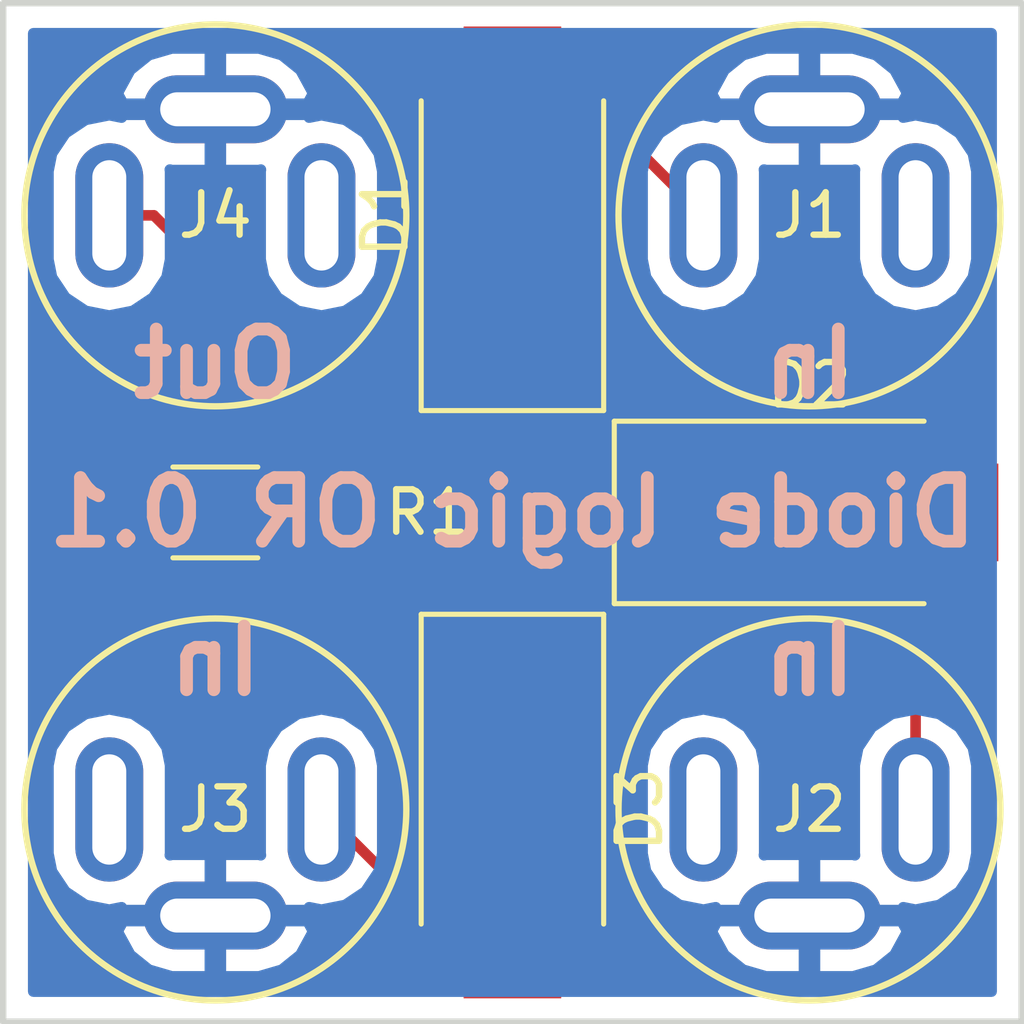
<source format=kicad_pcb>
(kicad_pcb (version 20171130) (host pcbnew 5.0.2-bee76a0~70~ubuntu18.04.1)

  (general
    (thickness 1.6)
    (drawings 9)
    (tracks 20)
    (zones 0)
    (modules 8)
    (nets 10)
  )

  (page A4)
  (layers
    (0 F.Cu signal)
    (31 B.Cu signal)
    (32 B.Adhes user)
    (33 F.Adhes user)
    (34 B.Paste user)
    (35 F.Paste user)
    (36 B.SilkS user)
    (37 F.SilkS user)
    (38 B.Mask user)
    (39 F.Mask user)
    (40 Dwgs.User user)
    (41 Cmts.User user)
    (42 Eco1.User user)
    (43 Eco2.User user)
    (44 Edge.Cuts user)
    (45 Margin user)
    (46 B.CrtYd user)
    (47 F.CrtYd user)
    (48 B.Fab user)
    (49 F.Fab user)
  )

  (setup
    (last_trace_width 0.25)
    (trace_clearance 0.2)
    (zone_clearance 0.508)
    (zone_45_only no)
    (trace_min 0.2)
    (segment_width 0.2)
    (edge_width 0.15)
    (via_size 0.8)
    (via_drill 0.4)
    (via_min_size 0.4)
    (via_min_drill 0.3)
    (uvia_size 0.3)
    (uvia_drill 0.1)
    (uvias_allowed no)
    (uvia_min_size 0.2)
    (uvia_min_drill 0.1)
    (pcb_text_width 0.3)
    (pcb_text_size 1.5 1.5)
    (mod_edge_width 0.15)
    (mod_text_size 1 1)
    (mod_text_width 0.15)
    (pad_size 1.524 1.524)
    (pad_drill 0.762)
    (pad_to_mask_clearance 0.051)
    (solder_mask_min_width 0.25)
    (aux_axis_origin 0 0)
    (visible_elements FFFFFF7F)
    (pcbplotparams
      (layerselection 0x010fc_ffffffff)
      (usegerberextensions false)
      (usegerberattributes false)
      (usegerberadvancedattributes false)
      (creategerberjobfile false)
      (excludeedgelayer true)
      (linewidth 0.100000)
      (plotframeref false)
      (viasonmask false)
      (mode 1)
      (useauxorigin false)
      (hpglpennumber 1)
      (hpglpenspeed 20)
      (hpglpendiameter 15.000000)
      (psnegative false)
      (psa4output false)
      (plotreference true)
      (plotvalue true)
      (plotinvisibletext false)
      (padsonsilk false)
      (subtractmaskfromsilk false)
      (outputformat 1)
      (mirror false)
      (drillshape 1)
      (scaleselection 1)
      (outputdirectory ""))
  )

  (net 0 "")
  (net 1 "Net-(D1-Pad2)")
  (net 2 "Net-(D1-Pad1)")
  (net 3 "Net-(D2-Pad2)")
  (net 4 "Net-(D3-Pad2)")
  (net 5 GND)
  (net 6 "Net-(J1-PadR)")
  (net 7 "Net-(J2-PadR)")
  (net 8 "Net-(J3-PadR)")
  (net 9 "Net-(J4-PadR)")

  (net_class Default "This is the default net class."
    (clearance 0.2)
    (trace_width 0.25)
    (via_dia 0.8)
    (via_drill 0.4)
    (uvia_dia 0.3)
    (uvia_drill 0.1)
    (add_net GND)
    (add_net "Net-(D1-Pad1)")
    (add_net "Net-(D1-Pad2)")
    (add_net "Net-(D2-Pad2)")
    (add_net "Net-(D3-Pad2)")
    (add_net "Net-(J1-PadR)")
    (add_net "Net-(J2-PadR)")
    (add_net "Net-(J3-PadR)")
    (add_net "Net-(J4-PadR)")
  )

  (module eurorack:PJ392-3.5mm-jack-vertical-SRT (layer F.Cu) (tedit 5C4104DB) (tstamp 5C6BF362)
    (at 159 75)
    (path /5C6BC829)
    (fp_text reference J1 (at 0 0) (layer F.SilkS)
      (effects (font (size 1 1) (thickness 0.15)))
    )
    (fp_text value input_1 (at 0 6) (layer F.Fab)
      (effects (font (size 1 1) (thickness 0.15)))
    )
    (fp_circle (center 0 0) (end 4.5 0) (layer F.CrtYd) (width 0.15))
    (fp_circle (center 0 0) (end 4.5 0) (layer F.SilkS) (width 0.15))
    (fp_circle (center 0 0) (end 4 0) (layer F.Fab) (width 0.15))
    (pad S thru_hole oval (at 0 -2.5) (size 3.4 1.6) (drill oval 2.6 0.8) (layers *.Cu *.Mask)
      (net 5 GND))
    (pad R thru_hole oval (at 2.5 0 90) (size 3.4 1.6) (drill oval 2.6 0.8) (layers *.Cu *.Mask)
      (net 6 "Net-(J1-PadR)"))
    (pad T thru_hole oval (at -2.5 0 270) (size 3.4 1.6) (drill oval 2.6 0.8) (layers *.Cu *.Mask)
      (net 1 "Net-(D1-Pad2)"))
  )

  (module eurorack:PJ392-3.5mm-jack-vertical-SRT (layer F.Cu) (tedit 5C4104DB) (tstamp 5C6BF29A)
    (at 159 89 180)
    (path /5C6BC888)
    (fp_text reference J2 (at 0 0 180) (layer F.SilkS)
      (effects (font (size 1 1) (thickness 0.15)))
    )
    (fp_text value input_2 (at 0 6 180) (layer F.Fab)
      (effects (font (size 1 1) (thickness 0.15)))
    )
    (fp_circle (center 0 0) (end 4 0) (layer F.Fab) (width 0.15))
    (fp_circle (center 0 0) (end 4.5 0) (layer F.SilkS) (width 0.15))
    (fp_circle (center 0 0) (end 4.5 0) (layer F.CrtYd) (width 0.15))
    (pad T thru_hole oval (at -2.5 0 90) (size 3.4 1.6) (drill oval 2.6 0.8) (layers *.Cu *.Mask)
      (net 3 "Net-(D2-Pad2)"))
    (pad R thru_hole oval (at 2.5 0 270) (size 3.4 1.6) (drill oval 2.6 0.8) (layers *.Cu *.Mask)
      (net 7 "Net-(J2-PadR)"))
    (pad S thru_hole oval (at 0 -2.5 180) (size 3.4 1.6) (drill oval 2.6 0.8) (layers *.Cu *.Mask)
      (net 5 GND))
  )

  (module eurorack:PJ392-3.5mm-jack-vertical-SRT (layer F.Cu) (tedit 5C4104DB) (tstamp 5C6BF24F)
    (at 145 89 180)
    (path /5C6BC911)
    (fp_text reference J3 (at 0 0 180) (layer F.SilkS)
      (effects (font (size 1 1) (thickness 0.15)))
    )
    (fp_text value input_3 (at 0 6 180) (layer F.Fab)
      (effects (font (size 1 1) (thickness 0.15)))
    )
    (fp_circle (center 0 0) (end 4.5 0) (layer F.CrtYd) (width 0.15))
    (fp_circle (center 0 0) (end 4.5 0) (layer F.SilkS) (width 0.15))
    (fp_circle (center 0 0) (end 4 0) (layer F.Fab) (width 0.15))
    (pad S thru_hole oval (at 0 -2.5 180) (size 3.4 1.6) (drill oval 2.6 0.8) (layers *.Cu *.Mask)
      (net 5 GND))
    (pad R thru_hole oval (at 2.5 0 270) (size 3.4 1.6) (drill oval 2.6 0.8) (layers *.Cu *.Mask)
      (net 8 "Net-(J3-PadR)"))
    (pad T thru_hole oval (at -2.5 0 90) (size 3.4 1.6) (drill oval 2.6 0.8) (layers *.Cu *.Mask)
      (net 4 "Net-(D3-Pad2)"))
  )

  (module eurorack:PJ392-3.5mm-jack-vertical-SRT (layer F.Cu) (tedit 5C4104DB) (tstamp 5C6BF234)
    (at 145 75)
    (path /5C6BD064)
    (fp_text reference J4 (at 0 0) (layer F.SilkS)
      (effects (font (size 1 1) (thickness 0.15)))
    )
    (fp_text value output_1 (at 0 6) (layer F.Fab)
      (effects (font (size 1 1) (thickness 0.15)))
    )
    (fp_circle (center 0 0) (end 4 0) (layer F.Fab) (width 0.15))
    (fp_circle (center 0 0) (end 4.5 0) (layer F.SilkS) (width 0.15))
    (fp_circle (center 0 0) (end 4.5 0) (layer F.CrtYd) (width 0.15))
    (pad T thru_hole oval (at -2.5 0 270) (size 3.4 1.6) (drill oval 2.6 0.8) (layers *.Cu *.Mask)
      (net 2 "Net-(D1-Pad1)"))
    (pad R thru_hole oval (at 2.5 0 90) (size 3.4 1.6) (drill oval 2.6 0.8) (layers *.Cu *.Mask)
      (net 9 "Net-(J4-PadR)"))
    (pad S thru_hole oval (at 0 -2.5) (size 3.4 1.6) (drill oval 2.6 0.8) (layers *.Cu *.Mask)
      (net 5 GND))
  )

  (module Resistors_SMD:R_1206_HandSoldering (layer F.Cu) (tedit 58E0A804) (tstamp 5C6BF66F)
    (at 145 82 180)
    (descr "Resistor SMD 1206, hand soldering")
    (tags "resistor 1206")
    (path /5C6BDB81)
    (attr smd)
    (fp_text reference R1 (at -5 0 180) (layer F.SilkS)
      (effects (font (size 1 1) (thickness 0.15)))
    )
    (fp_text value 100K (at 0 1.9 180) (layer F.Fab)
      (effects (font (size 1 1) (thickness 0.15)))
    )
    (fp_line (start 3.25 1.1) (end -3.25 1.1) (layer F.CrtYd) (width 0.05))
    (fp_line (start 3.25 1.1) (end 3.25 -1.11) (layer F.CrtYd) (width 0.05))
    (fp_line (start -3.25 -1.11) (end -3.25 1.1) (layer F.CrtYd) (width 0.05))
    (fp_line (start -3.25 -1.11) (end 3.25 -1.11) (layer F.CrtYd) (width 0.05))
    (fp_line (start -1 -1.07) (end 1 -1.07) (layer F.SilkS) (width 0.12))
    (fp_line (start 1 1.07) (end -1 1.07) (layer F.SilkS) (width 0.12))
    (fp_line (start -1.6 -0.8) (end 1.6 -0.8) (layer F.Fab) (width 0.1))
    (fp_line (start 1.6 -0.8) (end 1.6 0.8) (layer F.Fab) (width 0.1))
    (fp_line (start 1.6 0.8) (end -1.6 0.8) (layer F.Fab) (width 0.1))
    (fp_line (start -1.6 0.8) (end -1.6 -0.8) (layer F.Fab) (width 0.1))
    (fp_text user %R (at 0 0 180) (layer F.Fab)
      (effects (font (size 0.7 0.7) (thickness 0.105)))
    )
    (pad 2 smd rect (at 2 0 180) (size 2 1.7) (layers F.Cu F.Paste F.Mask)
      (net 5 GND))
    (pad 1 smd rect (at -2 0 180) (size 2 1.7) (layers F.Cu F.Paste F.Mask)
      (net 2 "Net-(D1-Pad1)"))
    (model ${KISYS3DMOD}/Resistors_SMD.3dshapes/R_1206.wrl
      (at (xyz 0 0 0))
      (scale (xyz 1 1 1))
      (rotate (xyz 0 0 0))
    )
  )

  (module Diodes_SMD:D_SMB_Handsoldering (layer F.Cu) (tedit 590B3D55) (tstamp 5C6E7AB2)
    (at 152 75 90)
    (descr "Diode SMB (DO-214AA) Handsoldering")
    (tags "Diode SMB (DO-214AA) Handsoldering")
    (path /5C6BCE3D)
    (attr smd)
    (fp_text reference D1 (at 0 -3 90) (layer F.SilkS)
      (effects (font (size 1 1) (thickness 0.15)))
    )
    (fp_text value D (at 0 3 90) (layer F.Fab)
      (effects (font (size 1 1) (thickness 0.15)))
    )
    (fp_line (start -4.6 -2.15) (end 2.7 -2.15) (layer F.SilkS) (width 0.12))
    (fp_line (start -4.6 2.15) (end 2.7 2.15) (layer F.SilkS) (width 0.12))
    (fp_line (start -0.64944 0.00102) (end 0.50118 -0.79908) (layer F.Fab) (width 0.1))
    (fp_line (start -0.64944 0.00102) (end 0.50118 0.75032) (layer F.Fab) (width 0.1))
    (fp_line (start 0.50118 0.75032) (end 0.50118 -0.79908) (layer F.Fab) (width 0.1))
    (fp_line (start -0.64944 -0.79908) (end -0.64944 0.80112) (layer F.Fab) (width 0.1))
    (fp_line (start 0.50118 0.00102) (end 1.4994 0.00102) (layer F.Fab) (width 0.1))
    (fp_line (start -0.64944 0.00102) (end -1.55114 0.00102) (layer F.Fab) (width 0.1))
    (fp_line (start -4.7 2.25) (end -4.7 -2.25) (layer F.CrtYd) (width 0.05))
    (fp_line (start 4.7 2.25) (end -4.7 2.25) (layer F.CrtYd) (width 0.05))
    (fp_line (start 4.7 -2.25) (end 4.7 2.25) (layer F.CrtYd) (width 0.05))
    (fp_line (start -4.7 -2.25) (end 4.7 -2.25) (layer F.CrtYd) (width 0.05))
    (fp_line (start 2.3 -2) (end -2.3 -2) (layer F.Fab) (width 0.1))
    (fp_line (start 2.3 -2) (end 2.3 2) (layer F.Fab) (width 0.1))
    (fp_line (start -2.3 2) (end -2.3 -2) (layer F.Fab) (width 0.1))
    (fp_line (start 2.3 2) (end -2.3 2) (layer F.Fab) (width 0.1))
    (fp_line (start -4.6 -2.15) (end -4.6 2.15) (layer F.SilkS) (width 0.12))
    (fp_text user %R (at 0 -3 90) (layer F.Fab)
      (effects (font (size 1 1) (thickness 0.15)))
    )
    (pad 2 smd rect (at 2.7 0 90) (size 3.5 2.3) (layers F.Cu F.Paste F.Mask)
      (net 1 "Net-(D1-Pad2)"))
    (pad 1 smd rect (at -2.7 0 90) (size 3.5 2.3) (layers F.Cu F.Paste F.Mask)
      (net 2 "Net-(D1-Pad1)"))
    (model ${KISYS3DMOD}/Diodes_SMD.3dshapes/D_SMB.wrl
      (at (xyz 0 0 0))
      (scale (xyz 1 1 1))
      (rotate (xyz 0 0 0))
    )
  )

  (module Diodes_SMD:D_SMB_Handsoldering (layer F.Cu) (tedit 590B3D55) (tstamp 5C6E7AC9)
    (at 159 82)
    (descr "Diode SMB (DO-214AA) Handsoldering")
    (tags "Diode SMB (DO-214AA) Handsoldering")
    (path /5C6BCEC9)
    (attr smd)
    (fp_text reference D2 (at 0 -3) (layer F.SilkS)
      (effects (font (size 1 1) (thickness 0.15)))
    )
    (fp_text value D (at 0 3) (layer F.Fab)
      (effects (font (size 1 1) (thickness 0.15)))
    )
    (fp_text user %R (at 0 -3) (layer F.Fab)
      (effects (font (size 1 1) (thickness 0.15)))
    )
    (fp_line (start -4.6 -2.15) (end -4.6 2.15) (layer F.SilkS) (width 0.12))
    (fp_line (start 2.3 2) (end -2.3 2) (layer F.Fab) (width 0.1))
    (fp_line (start -2.3 2) (end -2.3 -2) (layer F.Fab) (width 0.1))
    (fp_line (start 2.3 -2) (end 2.3 2) (layer F.Fab) (width 0.1))
    (fp_line (start 2.3 -2) (end -2.3 -2) (layer F.Fab) (width 0.1))
    (fp_line (start -4.7 -2.25) (end 4.7 -2.25) (layer F.CrtYd) (width 0.05))
    (fp_line (start 4.7 -2.25) (end 4.7 2.25) (layer F.CrtYd) (width 0.05))
    (fp_line (start 4.7 2.25) (end -4.7 2.25) (layer F.CrtYd) (width 0.05))
    (fp_line (start -4.7 2.25) (end -4.7 -2.25) (layer F.CrtYd) (width 0.05))
    (fp_line (start -0.64944 0.00102) (end -1.55114 0.00102) (layer F.Fab) (width 0.1))
    (fp_line (start 0.50118 0.00102) (end 1.4994 0.00102) (layer F.Fab) (width 0.1))
    (fp_line (start -0.64944 -0.79908) (end -0.64944 0.80112) (layer F.Fab) (width 0.1))
    (fp_line (start 0.50118 0.75032) (end 0.50118 -0.79908) (layer F.Fab) (width 0.1))
    (fp_line (start -0.64944 0.00102) (end 0.50118 0.75032) (layer F.Fab) (width 0.1))
    (fp_line (start -0.64944 0.00102) (end 0.50118 -0.79908) (layer F.Fab) (width 0.1))
    (fp_line (start -4.6 2.15) (end 2.7 2.15) (layer F.SilkS) (width 0.12))
    (fp_line (start -4.6 -2.15) (end 2.7 -2.15) (layer F.SilkS) (width 0.12))
    (pad 1 smd rect (at -2.7 0) (size 3.5 2.3) (layers F.Cu F.Paste F.Mask)
      (net 2 "Net-(D1-Pad1)"))
    (pad 2 smd rect (at 2.7 0) (size 3.5 2.3) (layers F.Cu F.Paste F.Mask)
      (net 3 "Net-(D2-Pad2)"))
    (model ${KISYS3DMOD}/Diodes_SMD.3dshapes/D_SMB.wrl
      (at (xyz 0 0 0))
      (scale (xyz 1 1 1))
      (rotate (xyz 0 0 0))
    )
  )

  (module Diodes_SMD:D_SMB_Handsoldering (layer F.Cu) (tedit 590B3D55) (tstamp 5C6E7AE0)
    (at 152 89 270)
    (descr "Diode SMB (DO-214AA) Handsoldering")
    (tags "Diode SMB (DO-214AA) Handsoldering")
    (path /5C6BCF24)
    (attr smd)
    (fp_text reference D3 (at 0 -3 270) (layer F.SilkS)
      (effects (font (size 1 1) (thickness 0.15)))
    )
    (fp_text value D (at 0 3 270) (layer F.Fab)
      (effects (font (size 1 1) (thickness 0.15)))
    )
    (fp_line (start -4.6 -2.15) (end 2.7 -2.15) (layer F.SilkS) (width 0.12))
    (fp_line (start -4.6 2.15) (end 2.7 2.15) (layer F.SilkS) (width 0.12))
    (fp_line (start -0.64944 0.00102) (end 0.50118 -0.79908) (layer F.Fab) (width 0.1))
    (fp_line (start -0.64944 0.00102) (end 0.50118 0.75032) (layer F.Fab) (width 0.1))
    (fp_line (start 0.50118 0.75032) (end 0.50118 -0.79908) (layer F.Fab) (width 0.1))
    (fp_line (start -0.64944 -0.79908) (end -0.64944 0.80112) (layer F.Fab) (width 0.1))
    (fp_line (start 0.50118 0.00102) (end 1.4994 0.00102) (layer F.Fab) (width 0.1))
    (fp_line (start -0.64944 0.00102) (end -1.55114 0.00102) (layer F.Fab) (width 0.1))
    (fp_line (start -4.7 2.25) (end -4.7 -2.25) (layer F.CrtYd) (width 0.05))
    (fp_line (start 4.7 2.25) (end -4.7 2.25) (layer F.CrtYd) (width 0.05))
    (fp_line (start 4.7 -2.25) (end 4.7 2.25) (layer F.CrtYd) (width 0.05))
    (fp_line (start -4.7 -2.25) (end 4.7 -2.25) (layer F.CrtYd) (width 0.05))
    (fp_line (start 2.3 -2) (end -2.3 -2) (layer F.Fab) (width 0.1))
    (fp_line (start 2.3 -2) (end 2.3 2) (layer F.Fab) (width 0.1))
    (fp_line (start -2.3 2) (end -2.3 -2) (layer F.Fab) (width 0.1))
    (fp_line (start 2.3 2) (end -2.3 2) (layer F.Fab) (width 0.1))
    (fp_line (start -4.6 -2.15) (end -4.6 2.15) (layer F.SilkS) (width 0.12))
    (fp_text user %R (at 0 -3 270) (layer F.Fab)
      (effects (font (size 1 1) (thickness 0.15)))
    )
    (pad 2 smd rect (at 2.7 0 270) (size 3.5 2.3) (layers F.Cu F.Paste F.Mask)
      (net 4 "Net-(D3-Pad2)"))
    (pad 1 smd rect (at -2.7 0 270) (size 3.5 2.3) (layers F.Cu F.Paste F.Mask)
      (net 2 "Net-(D1-Pad1)"))
    (model ${KISYS3DMOD}/Diodes_SMD.3dshapes/D_SMB.wrl
      (at (xyz 0 0 0))
      (scale (xyz 1 1 1))
      (rotate (xyz 0 0 0))
    )
  )

  (gr_text "Diode logic OR 0.1" (at 152 82) (layer B.SilkS)
    (effects (font (size 1.5 1.5) (thickness 0.3)) (justify mirror))
  )
  (gr_text In (at 145 85.5) (layer B.SilkS) (tstamp 5C6BFB37)
    (effects (font (size 1.5 1.5) (thickness 0.3)) (justify mirror))
  )
  (gr_text In (at 159 85.5) (layer B.SilkS)
    (effects (font (size 1.5 1.5) (thickness 0.3)) (justify mirror))
  )
  (gr_text In (at 159 78.5) (layer B.SilkS)
    (effects (font (size 1.5 1.5) (thickness 0.3)) (justify mirror))
  )
  (gr_text Out (at 145 78.5) (layer B.SilkS)
    (effects (font (size 1.5 1.5) (thickness 0.3)) (justify mirror))
  )
  (gr_line (start 140 94) (end 140 70) (layer Edge.Cuts) (width 0.15))
  (gr_line (start 164 94) (end 140 94) (layer Edge.Cuts) (width 0.15))
  (gr_line (start 164 70) (end 164 94) (layer Edge.Cuts) (width 0.15))
  (gr_line (start 140 70) (end 164 70) (layer Edge.Cuts) (width 0.15))

  (segment (start 155 73.5) (end 156.5 75) (width 0.25) (layer F.Cu) (net 1))
  (segment (start 152 73.5) (end 155 73.5) (width 0.25) (layer F.Cu) (net 1))
  (segment (start 157.5 82) (end 147 82) (width 0.25) (layer F.Cu) (net 2))
  (segment (start 152 86.75) (end 147.25 82) (width 0.25) (layer F.Cu) (net 2))
  (segment (start 152 87.5) (end 152 86.75) (width 0.25) (layer F.Cu) (net 2))
  (segment (start 147.25 82) (end 147 82) (width 0.25) (layer F.Cu) (net 2))
  (segment (start 152 77.25) (end 147.25 82) (width 0.25) (layer F.Cu) (net 2))
  (segment (start 152 76.5) (end 152 77.25) (width 0.25) (layer F.Cu) (net 2))
  (segment (start 143.55 75) (end 142.5 75) (width 0.25) (layer F.Cu) (net 2))
  (segment (start 147 78.45) (end 143.55 75) (width 0.25) (layer F.Cu) (net 2))
  (segment (start 147 82) (end 147 78.45) (width 0.25) (layer F.Cu) (net 2))
  (segment (start 161.25 82) (end 160.5 82) (width 0.25) (layer F.Cu) (net 3))
  (segment (start 161.5 82.25) (end 161.25 82) (width 0.25) (layer F.Cu) (net 3))
  (segment (start 161.5 89) (end 161.5 82.25) (width 0.25) (layer F.Cu) (net 3))
  (segment (start 149 90.5) (end 147.5 89) (width 0.25) (layer F.Cu) (net 4))
  (segment (start 152 90.5) (end 149 90.5) (width 0.25) (layer F.Cu) (net 4))
  (segment (start 145 90.45) (end 145 91.5) (width 0.25) (layer F.Cu) (net 5))
  (segment (start 145 85.1) (end 145 90.45) (width 0.25) (layer F.Cu) (net 5))
  (segment (start 143 83.1) (end 145 85.1) (width 0.25) (layer F.Cu) (net 5))
  (segment (start 143 82) (end 143 83.1) (width 0.25) (layer F.Cu) (net 5))

  (zone (net 5) (net_name GND) (layer B.Cu) (tstamp 0) (hatch edge 0.508)
    (connect_pads (clearance 0.508))
    (min_thickness 0.254)
    (fill yes (arc_segments 16) (thermal_gap 0.508) (thermal_bridge_width 0.508))
    (polygon
      (pts
        (xy 140.5 70.5) (xy 163.5 70.5) (xy 163.5 93.5) (xy 140.5 93.5)
      )
    )
    (filled_polygon
      (pts
        (xy 163.290001 93.29) (xy 140.71 93.29) (xy 140.71 91.849039) (xy 142.708096 91.849039) (xy 142.725633 91.931819)
        (xy 142.9955 92.424896) (xy 143.433517 92.777166) (xy 143.973 92.935) (xy 144.873 92.935) (xy 144.873 91.627)
        (xy 145.127 91.627) (xy 145.127 92.935) (xy 146.027 92.935) (xy 146.566483 92.777166) (xy 147.0045 92.424896)
        (xy 147.274367 91.931819) (xy 147.291904 91.849039) (xy 156.708096 91.849039) (xy 156.725633 91.931819) (xy 156.9955 92.424896)
        (xy 157.433517 92.777166) (xy 157.973 92.935) (xy 158.873 92.935) (xy 158.873 91.627) (xy 159.127 91.627)
        (xy 159.127 92.935) (xy 160.027 92.935) (xy 160.566483 92.777166) (xy 161.0045 92.424896) (xy 161.274367 91.931819)
        (xy 161.291904 91.849039) (xy 161.169915 91.627) (xy 159.127 91.627) (xy 158.873 91.627) (xy 156.830085 91.627)
        (xy 156.708096 91.849039) (xy 147.291904 91.849039) (xy 147.169915 91.627) (xy 145.127 91.627) (xy 144.873 91.627)
        (xy 142.830085 91.627) (xy 142.708096 91.849039) (xy 140.71 91.849039) (xy 140.71 90.041332) (xy 141.065 90.041332)
        (xy 141.14826 90.459908) (xy 141.465423 90.934576) (xy 141.940091 91.25174) (xy 142.5 91.363113) (xy 142.792669 91.304897)
        (xy 142.830085 91.373) (xy 144.873 91.373) (xy 144.873 90.065) (xy 145.127 90.065) (xy 145.127 91.373)
        (xy 147.169915 91.373) (xy 147.207331 91.304897) (xy 147.5 91.363113) (xy 148.059909 91.25174) (xy 148.534577 90.934577)
        (xy 148.85174 90.459909) (xy 148.935 90.041333) (xy 148.935 90.041332) (xy 155.065 90.041332) (xy 155.14826 90.459908)
        (xy 155.465423 90.934576) (xy 155.940091 91.25174) (xy 156.5 91.363113) (xy 156.792669 91.304897) (xy 156.830085 91.373)
        (xy 158.873 91.373) (xy 158.873 90.065) (xy 159.127 90.065) (xy 159.127 91.373) (xy 161.169915 91.373)
        (xy 161.207331 91.304897) (xy 161.5 91.363113) (xy 162.059909 91.25174) (xy 162.534577 90.934577) (xy 162.85174 90.459909)
        (xy 162.935 90.041333) (xy 162.935 87.958667) (xy 162.85174 87.540091) (xy 162.534576 87.065423) (xy 162.059908 86.74826)
        (xy 161.5 86.636887) (xy 160.940091 86.74826) (xy 160.465423 87.065424) (xy 160.14826 87.540092) (xy 160.065 87.958668)
        (xy 160.065001 90.041333) (xy 160.072348 90.078267) (xy 160.027 90.065) (xy 159.127 90.065) (xy 158.873 90.065)
        (xy 157.973 90.065) (xy 157.927653 90.078267) (xy 157.935 90.041333) (xy 157.935 87.958667) (xy 157.85174 87.540091)
        (xy 157.534577 87.065423) (xy 157.059909 86.74826) (xy 156.5 86.636887) (xy 155.940092 86.74826) (xy 155.465424 87.065423)
        (xy 155.148261 87.540091) (xy 155.065001 87.958667) (xy 155.065 90.041332) (xy 148.935 90.041332) (xy 148.935 87.958667)
        (xy 148.85174 87.540091) (xy 148.534576 87.065423) (xy 148.059908 86.74826) (xy 147.5 86.636887) (xy 146.940091 86.74826)
        (xy 146.465423 87.065424) (xy 146.14826 87.540092) (xy 146.065 87.958668) (xy 146.065001 90.041333) (xy 146.072348 90.078267)
        (xy 146.027 90.065) (xy 145.127 90.065) (xy 144.873 90.065) (xy 143.973 90.065) (xy 143.927653 90.078267)
        (xy 143.935 90.041333) (xy 143.935 87.958667) (xy 143.85174 87.540091) (xy 143.534577 87.065423) (xy 143.059909 86.74826)
        (xy 142.5 86.636887) (xy 141.940092 86.74826) (xy 141.465424 87.065423) (xy 141.148261 87.540091) (xy 141.065001 87.958667)
        (xy 141.065 90.041332) (xy 140.71 90.041332) (xy 140.71 76.041332) (xy 141.065 76.041332) (xy 141.14826 76.459908)
        (xy 141.465423 76.934576) (xy 141.940091 77.25174) (xy 142.5 77.363113) (xy 143.059908 77.25174) (xy 143.534576 76.934577)
        (xy 143.85174 76.459909) (xy 143.935 76.041333) (xy 143.935 73.958667) (xy 143.927653 73.921733) (xy 143.973 73.935)
        (xy 144.873 73.935) (xy 144.873 72.627) (xy 145.127 72.627) (xy 145.127 73.935) (xy 146.027 73.935)
        (xy 146.072347 73.921733) (xy 146.065 73.958668) (xy 146.065001 76.041333) (xy 146.148261 76.459909) (xy 146.465424 76.934577)
        (xy 146.940092 77.25174) (xy 147.5 77.363113) (xy 148.059909 77.25174) (xy 148.534577 76.934577) (xy 148.85174 76.459909)
        (xy 148.935 76.041333) (xy 148.935 76.041332) (xy 155.065 76.041332) (xy 155.14826 76.459908) (xy 155.465423 76.934576)
        (xy 155.940091 77.25174) (xy 156.5 77.363113) (xy 157.059908 77.25174) (xy 157.534576 76.934577) (xy 157.85174 76.459909)
        (xy 157.935 76.041333) (xy 157.935 73.958667) (xy 157.927653 73.921733) (xy 157.973 73.935) (xy 158.873 73.935)
        (xy 158.873 72.627) (xy 159.127 72.627) (xy 159.127 73.935) (xy 160.027 73.935) (xy 160.072347 73.921733)
        (xy 160.065 73.958668) (xy 160.065001 76.041333) (xy 160.148261 76.459909) (xy 160.465424 76.934577) (xy 160.940092 77.25174)
        (xy 161.5 77.363113) (xy 162.059909 77.25174) (xy 162.534577 76.934577) (xy 162.85174 76.459909) (xy 162.935 76.041333)
        (xy 162.935 73.958667) (xy 162.85174 73.540091) (xy 162.534576 73.065423) (xy 162.059908 72.74826) (xy 161.5 72.636887)
        (xy 161.207331 72.695103) (xy 161.169915 72.627) (xy 159.127 72.627) (xy 158.873 72.627) (xy 156.830085 72.627)
        (xy 156.792669 72.695103) (xy 156.5 72.636887) (xy 155.940092 72.74826) (xy 155.465424 73.065423) (xy 155.148261 73.540091)
        (xy 155.065001 73.958667) (xy 155.065 76.041332) (xy 148.935 76.041332) (xy 148.935 73.958667) (xy 148.85174 73.540091)
        (xy 148.534576 73.065423) (xy 148.059908 72.74826) (xy 147.5 72.636887) (xy 147.207331 72.695103) (xy 147.169915 72.627)
        (xy 145.127 72.627) (xy 144.873 72.627) (xy 142.830085 72.627) (xy 142.792669 72.695103) (xy 142.5 72.636887)
        (xy 141.940092 72.74826) (xy 141.465424 73.065423) (xy 141.148261 73.540091) (xy 141.065001 73.958667) (xy 141.065 76.041332)
        (xy 140.71 76.041332) (xy 140.71 72.150961) (xy 142.708096 72.150961) (xy 142.830085 72.373) (xy 144.873 72.373)
        (xy 144.873 71.065) (xy 145.127 71.065) (xy 145.127 72.373) (xy 147.169915 72.373) (xy 147.291904 72.150961)
        (xy 156.708096 72.150961) (xy 156.830085 72.373) (xy 158.873 72.373) (xy 158.873 71.065) (xy 159.127 71.065)
        (xy 159.127 72.373) (xy 161.169915 72.373) (xy 161.291904 72.150961) (xy 161.274367 72.068181) (xy 161.0045 71.575104)
        (xy 160.566483 71.222834) (xy 160.027 71.065) (xy 159.127 71.065) (xy 158.873 71.065) (xy 157.973 71.065)
        (xy 157.433517 71.222834) (xy 156.9955 71.575104) (xy 156.725633 72.068181) (xy 156.708096 72.150961) (xy 147.291904 72.150961)
        (xy 147.274367 72.068181) (xy 147.0045 71.575104) (xy 146.566483 71.222834) (xy 146.027 71.065) (xy 145.127 71.065)
        (xy 144.873 71.065) (xy 143.973 71.065) (xy 143.433517 71.222834) (xy 142.9955 71.575104) (xy 142.725633 72.068181)
        (xy 142.708096 72.150961) (xy 140.71 72.150961) (xy 140.71 70.71) (xy 163.29 70.71)
      )
    )
  )
)

</source>
